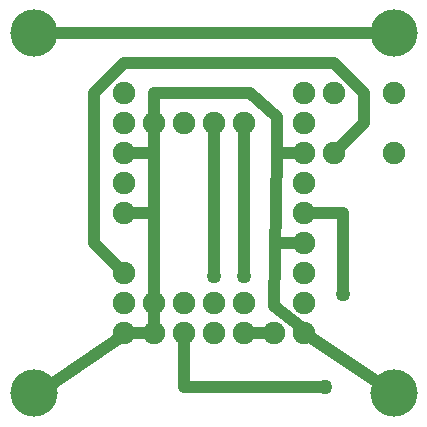
<source format=gbr>
%FSTAX24Y24*%
%MOIN*%
%IN LAYER2.GBR *%
%ADD10C,0.0390*%
%ADD11C,0.0400*%
%ADD12C,0.0500*%
%ADD13C,0.0750*%
%ADD14C,0.1575*%
D13*X008Y01D03*X004Y009D03*X005Y003D03*X008D03*X01Y011D03*Y007D03*D12*
X0113Y0043D03*D14*X013Y001D03*X001D03*D13*X006Y003D03*X01Y009D03*
X005Y004D03*D12*X008Y0049D03*D13*X013Y011D03*X011D03*X01Y01D03*
X007Y004D03*X01Y006D03*D12*X0107Y0012D03*D13*X004Y01D03*Y005D03*
X006Y01D03*X004Y004D03*Y008D03*D12*X007Y0049D03*D13*X011Y009D03*
X01Y008D03*X004Y007D03*X013Y009D03*X01Y005D03*X009Y003D03*D14*
X013Y013D03*X001D03*D13*X005Y01D03*X004Y003D03*X01Y004D03*Y003D03*
X007Y01D03*X006Y004D03*X007Y003D03*X004Y011D03*X008Y004D03*D11*
X005Y009D02*G01X004D01*X005Y007D02*X004D01*X008Y01D02*Y005D01*
X007Y01D02*Y005D01*X004D02*X003Y006D01*Y011D01*X004Y012D01*X011D01*
X012Y011D01*Y01D01*X011Y009D01*X001Y013D02*X013D01*X01Y003D02*
X013Y001D01*X005Y0032D02*Y0097D01*X0038Y0028D02*X0016Y0013D01*
X0098Y009D02*X0091D01*Y0102D01*X0082Y011D01*X005D01*Y0103D01*
X0091Y009D02*X009Y0039D01*X0099Y0032D01*X004Y003D02*X0049D01*X0084D02*
X0088D01*X0113Y0044D02*Y007D01*X0103D01*D10*X006Y0028D02*Y0012D01*
X0105D01*X0091Y006D02*X0097D01*
M02*
</source>
